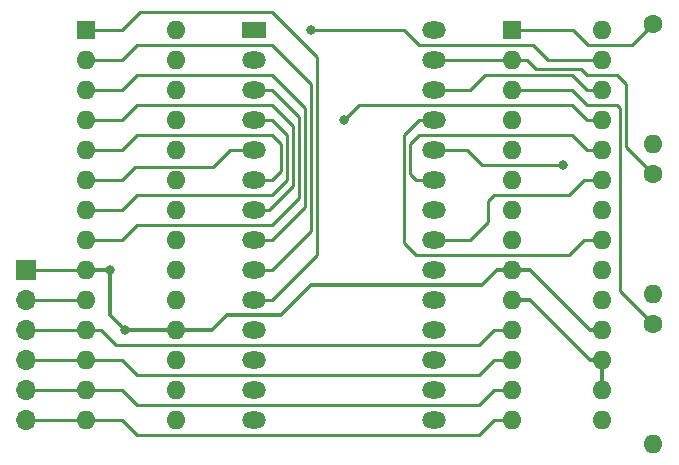
<source format=gbr>
G04 #@! TF.GenerationSoftware,KiCad,Pcbnew,(5.1.8)-1*
G04 #@! TF.CreationDate,2021-11-09T16:08:29-07:00*
G04 #@! TF.ProjectId,SPI 28c256,53504920-3238-4633-9235-362e6b696361,rev?*
G04 #@! TF.SameCoordinates,Original*
G04 #@! TF.FileFunction,Copper,L1,Top*
G04 #@! TF.FilePolarity,Positive*
%FSLAX46Y46*%
G04 Gerber Fmt 4.6, Leading zero omitted, Abs format (unit mm)*
G04 Created by KiCad (PCBNEW (5.1.8)-1) date 2021-11-09 16:08:29*
%MOMM*%
%LPD*%
G01*
G04 APERTURE LIST*
G04 #@! TA.AperFunction,ComponentPad*
%ADD10O,1.700000X1.700000*%
G04 #@! TD*
G04 #@! TA.AperFunction,ComponentPad*
%ADD11R,1.700000X1.700000*%
G04 #@! TD*
G04 #@! TA.AperFunction,ComponentPad*
%ADD12O,1.600000X1.600000*%
G04 #@! TD*
G04 #@! TA.AperFunction,ComponentPad*
%ADD13R,1.600000X1.600000*%
G04 #@! TD*
G04 #@! TA.AperFunction,ComponentPad*
%ADD14C,1.600000*%
G04 #@! TD*
G04 #@! TA.AperFunction,ComponentPad*
%ADD15R,2.000000X1.440000*%
G04 #@! TD*
G04 #@! TA.AperFunction,ComponentPad*
%ADD16O,2.000000X1.440000*%
G04 #@! TD*
G04 #@! TA.AperFunction,ViaPad*
%ADD17C,0.800000*%
G04 #@! TD*
G04 #@! TA.AperFunction,Conductor*
%ADD18C,0.330200*%
G04 #@! TD*
G04 #@! TA.AperFunction,Conductor*
%ADD19C,0.250000*%
G04 #@! TD*
G04 APERTURE END LIST*
D10*
G04 #@! TO.P,J1,6*
G04 #@! TO.N,/SO*
X175768000Y-130302000D03*
G04 #@! TO.P,J1,5*
G04 #@! TO.N,/SI*
X175768000Y-127762000D03*
G04 #@! TO.P,J1,4*
G04 #@! TO.N,/SCK*
X175768000Y-125222000D03*
G04 #@! TO.P,J1,3*
G04 #@! TO.N,/CS*
X175768000Y-122682000D03*
G04 #@! TO.P,J1,2*
G04 #@! TO.N,/GND*
X175768000Y-120142000D03*
D11*
G04 #@! TO.P,J1,1*
G04 #@! TO.N,/5+*
X175768000Y-117602000D03*
G04 #@! TD*
D12*
G04 #@! TO.P,U0,28*
G04 #@! TO.N,/D7*
X188468000Y-97282000D03*
G04 #@! TO.P,U0,14*
G04 #@! TO.N,/SO*
X180848000Y-130302000D03*
G04 #@! TO.P,U0,27*
G04 #@! TO.N,/D6*
X188468000Y-99822000D03*
G04 #@! TO.P,U0,13*
G04 #@! TO.N,/SI*
X180848000Y-127762000D03*
G04 #@! TO.P,U0,26*
G04 #@! TO.N,/D5*
X188468000Y-102362000D03*
G04 #@! TO.P,U0,12*
G04 #@! TO.N,/SCK*
X180848000Y-125222000D03*
G04 #@! TO.P,U0,25*
G04 #@! TO.N,/D4*
X188468000Y-104902000D03*
G04 #@! TO.P,U0,11*
G04 #@! TO.N,/CS*
X180848000Y-122682000D03*
G04 #@! TO.P,U0,24*
G04 #@! TO.N,/D3*
X188468000Y-107442000D03*
G04 #@! TO.P,U0,10*
G04 #@! TO.N,/GND*
X180848000Y-120142000D03*
G04 #@! TO.P,U0,23*
G04 #@! TO.N,/D2*
X188468000Y-109982000D03*
G04 #@! TO.P,U0,9*
G04 #@! TO.N,/5+*
X180848000Y-117602000D03*
G04 #@! TO.P,U0,22*
G04 #@! TO.N,/D1*
X188468000Y-112522000D03*
G04 #@! TO.P,U0,8*
G04 #@! TO.N,/A7*
X180848000Y-115062000D03*
G04 #@! TO.P,U0,21*
G04 #@! TO.N,/D0*
X188468000Y-115062000D03*
G04 #@! TO.P,U0,7*
G04 #@! TO.N,/A6*
X180848000Y-112522000D03*
G04 #@! TO.P,U0,20*
G04 #@! TO.N,Net-(U0-Pad20)*
X188468000Y-117602000D03*
G04 #@! TO.P,U0,6*
G04 #@! TO.N,/A5*
X180848000Y-109982000D03*
G04 #@! TO.P,U0,19*
G04 #@! TO.N,Net-(U0-Pad19)*
X188468000Y-120142000D03*
G04 #@! TO.P,U0,5*
G04 #@! TO.N,/A4*
X180848000Y-107442000D03*
G04 #@! TO.P,U0,18*
G04 #@! TO.N,/5+*
X188468000Y-122682000D03*
G04 #@! TO.P,U0,4*
G04 #@! TO.N,/A3*
X180848000Y-104902000D03*
G04 #@! TO.P,U0,17*
G04 #@! TO.N,/GND*
X188468000Y-125222000D03*
G04 #@! TO.P,U0,3*
G04 #@! TO.N,/A2*
X180848000Y-102362000D03*
G04 #@! TO.P,U0,16*
G04 #@! TO.N,/GND*
X188468000Y-127762000D03*
G04 #@! TO.P,U0,2*
G04 #@! TO.N,/A1*
X180848000Y-99822000D03*
G04 #@! TO.P,U0,15*
G04 #@! TO.N,/GND*
X188468000Y-130302000D03*
D13*
G04 #@! TO.P,U0,1*
G04 #@! TO.N,/A0*
X180848000Y-97282000D03*
G04 #@! TD*
G04 #@! TO.P,U1,1*
G04 #@! TO.N,/RD*
X216916000Y-97282000D03*
D12*
G04 #@! TO.P,U1,15*
G04 #@! TO.N,/5+*
X224536000Y-130302000D03*
G04 #@! TO.P,U1,2*
G04 #@! TO.N,/WR*
X216916000Y-99822000D03*
G04 #@! TO.P,U1,16*
G04 #@! TO.N,/GND*
X224536000Y-127762000D03*
G04 #@! TO.P,U1,3*
G04 #@! TO.N,/CS_M*
X216916000Y-102362000D03*
G04 #@! TO.P,U1,17*
G04 #@! TO.N,/GND*
X224536000Y-125222000D03*
G04 #@! TO.P,U1,4*
G04 #@! TO.N,/POWER_EN*
X216916000Y-104902000D03*
G04 #@! TO.P,U1,18*
G04 #@! TO.N,/5+*
X224536000Y-122682000D03*
G04 #@! TO.P,U1,5*
G04 #@! TO.N,Net-(U1-Pad5)*
X216916000Y-107442000D03*
G04 #@! TO.P,U1,19*
G04 #@! TO.N,Net-(U1-Pad19)*
X224536000Y-120142000D03*
G04 #@! TO.P,U1,6*
G04 #@! TO.N,Net-(U1-Pad6)*
X216916000Y-109982000D03*
G04 #@! TO.P,U1,20*
G04 #@! TO.N,Net-(U1-Pad20)*
X224536000Y-117602000D03*
G04 #@! TO.P,U1,7*
G04 #@! TO.N,Net-(U1-Pad7)*
X216916000Y-112522000D03*
G04 #@! TO.P,U1,21*
G04 #@! TO.N,/A8*
X224536000Y-115062000D03*
G04 #@! TO.P,U1,8*
G04 #@! TO.N,Net-(U1-Pad8)*
X216916000Y-115062000D03*
G04 #@! TO.P,U1,22*
G04 #@! TO.N,/A9*
X224536000Y-112522000D03*
G04 #@! TO.P,U1,9*
G04 #@! TO.N,/5+*
X216916000Y-117602000D03*
G04 #@! TO.P,U1,23*
G04 #@! TO.N,/A10*
X224536000Y-109982000D03*
G04 #@! TO.P,U1,10*
G04 #@! TO.N,/GND*
X216916000Y-120142000D03*
G04 #@! TO.P,U1,24*
G04 #@! TO.N,/A11*
X224536000Y-107442000D03*
G04 #@! TO.P,U1,11*
G04 #@! TO.N,/CS*
X216916000Y-122682000D03*
G04 #@! TO.P,U1,25*
G04 #@! TO.N,/A12*
X224536000Y-104902000D03*
G04 #@! TO.P,U1,12*
G04 #@! TO.N,/SCK*
X216916000Y-125222000D03*
G04 #@! TO.P,U1,26*
G04 #@! TO.N,/A13*
X224536000Y-102362000D03*
G04 #@! TO.P,U1,13*
G04 #@! TO.N,/SI*
X216916000Y-127762000D03*
G04 #@! TO.P,U1,27*
G04 #@! TO.N,/A14*
X224536000Y-99822000D03*
G04 #@! TO.P,U1,14*
G04 #@! TO.N,/SO*
X216916000Y-130302000D03*
G04 #@! TO.P,U1,28*
G04 #@! TO.N,Net-(U1-Pad28)*
X224536000Y-97282000D03*
G04 #@! TD*
D14*
G04 #@! TO.P,R1,1*
G04 #@! TO.N,/CS_M*
X228854000Y-122174000D03*
D12*
G04 #@! TO.P,R1,2*
G04 #@! TO.N,/5+*
X228854000Y-132334000D03*
G04 #@! TD*
G04 #@! TO.P,R2,2*
G04 #@! TO.N,/5+*
X228854000Y-106934000D03*
D14*
G04 #@! TO.P,R2,1*
G04 #@! TO.N,/RD*
X228854000Y-96774000D03*
G04 #@! TD*
G04 #@! TO.P,R3,1*
G04 #@! TO.N,/WR*
X228854000Y-109474000D03*
D12*
G04 #@! TO.P,R3,2*
G04 #@! TO.N,/5+*
X228854000Y-119634000D03*
G04 #@! TD*
D15*
G04 #@! TO.P,U2,1*
G04 #@! TO.N,/A14*
X195072000Y-97282000D03*
D16*
G04 #@! TO.P,U2,28*
G04 #@! TO.N,/POWER_EN*
X210312000Y-97282000D03*
G04 #@! TO.P,U2,2*
G04 #@! TO.N,/A12*
X195072000Y-99822000D03*
G04 #@! TO.P,U2,27*
G04 #@! TO.N,/WR*
X210312000Y-99822000D03*
G04 #@! TO.P,U2,3*
G04 #@! TO.N,/A7*
X195072000Y-102362000D03*
G04 #@! TO.P,U2,26*
G04 #@! TO.N,/A13*
X210312000Y-102362000D03*
G04 #@! TO.P,U2,4*
G04 #@! TO.N,/A6*
X195072000Y-104902000D03*
G04 #@! TO.P,U2,25*
G04 #@! TO.N,/A8*
X210312000Y-104902000D03*
G04 #@! TO.P,U2,5*
G04 #@! TO.N,/A5*
X195072000Y-107442000D03*
G04 #@! TO.P,U2,24*
G04 #@! TO.N,/A9*
X210312000Y-107442000D03*
G04 #@! TO.P,U2,6*
G04 #@! TO.N,/A4*
X195072000Y-109982000D03*
G04 #@! TO.P,U2,23*
G04 #@! TO.N,/A11*
X210312000Y-109982000D03*
G04 #@! TO.P,U2,7*
G04 #@! TO.N,/A3*
X195072000Y-112522000D03*
G04 #@! TO.P,U2,22*
G04 #@! TO.N,/RD*
X210312000Y-112522000D03*
G04 #@! TO.P,U2,8*
G04 #@! TO.N,/A2*
X195072000Y-115062000D03*
G04 #@! TO.P,U2,21*
G04 #@! TO.N,/A10*
X210312000Y-115062000D03*
G04 #@! TO.P,U2,9*
G04 #@! TO.N,/A1*
X195072000Y-117602000D03*
G04 #@! TO.P,U2,20*
G04 #@! TO.N,/CS_M*
X210312000Y-117602000D03*
G04 #@! TO.P,U2,10*
G04 #@! TO.N,/A0*
X195072000Y-120142000D03*
G04 #@! TO.P,U2,19*
G04 #@! TO.N,/D7*
X210312000Y-120142000D03*
G04 #@! TO.P,U2,11*
G04 #@! TO.N,/D0*
X195072000Y-122682000D03*
G04 #@! TO.P,U2,18*
G04 #@! TO.N,/D6*
X210312000Y-122682000D03*
G04 #@! TO.P,U2,12*
G04 #@! TO.N,/D1*
X195072000Y-125222000D03*
G04 #@! TO.P,U2,17*
G04 #@! TO.N,/D5*
X210312000Y-125222000D03*
G04 #@! TO.P,U2,13*
G04 #@! TO.N,/D2*
X195072000Y-127762000D03*
G04 #@! TO.P,U2,16*
G04 #@! TO.N,/D4*
X210312000Y-127762000D03*
G04 #@! TO.P,U2,14*
G04 #@! TO.N,/GND*
X195072000Y-130302000D03*
G04 #@! TO.P,U2,15*
G04 #@! TO.N,/D3*
X210312000Y-130302000D03*
G04 #@! TD*
D17*
G04 #@! TO.N,/5+*
X182880000Y-117602000D03*
X184150000Y-122682000D03*
G04 #@! TO.N,/A9*
X221234000Y-108712000D03*
G04 #@! TO.N,/A12*
X202692000Y-104902000D03*
G04 #@! TO.N,/A14*
X199898000Y-97282000D03*
G04 #@! TD*
D18*
G04 #@! TO.N,/5+*
X223520000Y-122682000D02*
X224536000Y-122682000D01*
X218440000Y-117602000D02*
X223520000Y-122682000D01*
X216916000Y-117602000D02*
X218440000Y-117602000D01*
X182880000Y-117602000D02*
X180848000Y-117602000D01*
X182880000Y-121412000D02*
X182880000Y-117602000D01*
X191516000Y-122682000D02*
X184150000Y-122682000D01*
X192786000Y-121412000D02*
X191516000Y-122682000D01*
X197358000Y-121412000D02*
X192786000Y-121412000D01*
X199898000Y-118872000D02*
X197358000Y-121412000D01*
X184150000Y-122682000D02*
X182880000Y-121412000D01*
X214376000Y-118872000D02*
X199898000Y-118872000D01*
X215646000Y-117602000D02*
X214376000Y-118872000D01*
X216916000Y-117602000D02*
X215646000Y-117602000D01*
D19*
X175768000Y-117602000D02*
X180848000Y-117602000D01*
D18*
G04 #@! TO.N,/GND*
X223520000Y-125222000D02*
X224536000Y-125222000D01*
X218440000Y-120142000D02*
X223520000Y-125222000D01*
X216916000Y-120142000D02*
X218440000Y-120142000D01*
X224536000Y-125222000D02*
X224536000Y-127762000D01*
D19*
X175768000Y-120142000D02*
X180848000Y-120142000D01*
G04 #@! TO.N,/CS*
X214122000Y-123952000D02*
X215392000Y-122682000D01*
X183388000Y-123952000D02*
X214122000Y-123952000D01*
X182118000Y-122682000D02*
X183388000Y-123952000D01*
X215392000Y-122682000D02*
X216916000Y-122682000D01*
X180848000Y-122682000D02*
X182118000Y-122682000D01*
X175768000Y-122682000D02*
X180848000Y-122682000D01*
G04 #@! TO.N,/SCK*
X215392000Y-125222000D02*
X216916000Y-125222000D01*
X214122000Y-126492000D02*
X215392000Y-125222000D01*
X185166000Y-126492000D02*
X214122000Y-126492000D01*
X183896000Y-125222000D02*
X185166000Y-126492000D01*
X180848000Y-125222000D02*
X183896000Y-125222000D01*
X175768000Y-125222000D02*
X180848000Y-125222000D01*
G04 #@! TO.N,/SI*
X215392000Y-127762000D02*
X216916000Y-127762000D01*
X185166000Y-129032000D02*
X214122000Y-129032000D01*
X183896000Y-127762000D02*
X185166000Y-129032000D01*
X214122000Y-129032000D02*
X215392000Y-127762000D01*
X180848000Y-127762000D02*
X183896000Y-127762000D01*
X175768000Y-127762000D02*
X180848000Y-127762000D01*
G04 #@! TO.N,/SO*
X183896000Y-130302000D02*
X180848000Y-130302000D01*
X185166000Y-131572000D02*
X183896000Y-130302000D01*
X214122000Y-131572000D02*
X185166000Y-131572000D01*
X215392000Y-130302000D02*
X214122000Y-131572000D01*
X216916000Y-130302000D02*
X215392000Y-130302000D01*
X175768000Y-130302000D02*
X180848000Y-130302000D01*
G04 #@! TO.N,/A7*
X185166000Y-113792000D02*
X183896000Y-115062000D01*
X183896000Y-115062000D02*
X180848000Y-115062000D01*
X196596000Y-113792000D02*
X185166000Y-113792000D01*
X198882000Y-111506000D02*
X196596000Y-113792000D01*
X198882000Y-104648000D02*
X198882000Y-111506000D01*
X196596000Y-102362000D02*
X198882000Y-104648000D01*
X195072000Y-102362000D02*
X196596000Y-102362000D01*
G04 #@! TO.N,/A6*
X183896000Y-112522000D02*
X180848000Y-112522000D01*
X185166000Y-111252000D02*
X183896000Y-112522000D01*
X196596000Y-111252000D02*
X185166000Y-111252000D01*
X197866000Y-109982000D02*
X196596000Y-111252000D01*
X197866000Y-106172000D02*
X197866000Y-109982000D01*
X196596000Y-104902000D02*
X197866000Y-106172000D01*
X195072000Y-104902000D02*
X196596000Y-104902000D01*
G04 #@! TO.N,/A5*
X185021001Y-108856999D02*
X183896000Y-109982000D01*
X183896000Y-109982000D02*
X180848000Y-109982000D01*
X191625001Y-108856999D02*
X185021001Y-108856999D01*
X193040000Y-107442000D02*
X191625001Y-108856999D01*
X195072000Y-107442000D02*
X193040000Y-107442000D01*
G04 #@! TO.N,/A4*
X196596000Y-109982000D02*
X195072000Y-109982000D01*
X197358000Y-109220000D02*
X196596000Y-109982000D01*
X197358000Y-106934000D02*
X197358000Y-109220000D01*
X196596000Y-106172000D02*
X197358000Y-106934000D01*
X185166000Y-106172000D02*
X196596000Y-106172000D01*
X183896000Y-107442000D02*
X185166000Y-106172000D01*
X180848000Y-107442000D02*
X183896000Y-107442000D01*
G04 #@! TO.N,/A3*
X183896000Y-104902000D02*
X180848000Y-104902000D01*
X185166000Y-103632000D02*
X183896000Y-104902000D01*
X196596000Y-103632000D02*
X185166000Y-103632000D01*
X198374000Y-105410000D02*
X196596000Y-103632000D01*
X198374000Y-110490000D02*
X198374000Y-105410000D01*
X196342000Y-112522000D02*
X198374000Y-110490000D01*
X195072000Y-112522000D02*
X196342000Y-112522000D01*
G04 #@! TO.N,/A2*
X185166000Y-101092000D02*
X183896000Y-102362000D01*
X196596000Y-101092000D02*
X185166000Y-101092000D01*
X199390000Y-103886000D02*
X196596000Y-101092000D01*
X183896000Y-102362000D02*
X180848000Y-102362000D01*
X199390000Y-112268000D02*
X199390000Y-103886000D01*
X196596000Y-115062000D02*
X199390000Y-112268000D01*
X195072000Y-115062000D02*
X196596000Y-115062000D01*
G04 #@! TO.N,/A1*
X196596000Y-117602000D02*
X195072000Y-117602000D01*
X199898000Y-114300000D02*
X196596000Y-117602000D01*
X185166000Y-98552000D02*
X196596000Y-98552000D01*
X196596000Y-98552000D02*
X199898000Y-101854000D01*
X183896000Y-99822000D02*
X185166000Y-98552000D01*
X199898000Y-101854000D02*
X199898000Y-114300000D01*
X180848000Y-99822000D02*
X183896000Y-99822000D01*
G04 #@! TO.N,/A0*
X196596000Y-120142000D02*
X195072000Y-120142000D01*
X200406000Y-116332000D02*
X196596000Y-120142000D01*
X196596000Y-95758000D02*
X200406000Y-99568000D01*
X185420000Y-95758000D02*
X196596000Y-95758000D01*
X200406000Y-99568000D02*
X200406000Y-116332000D01*
X183896000Y-97282000D02*
X185420000Y-95758000D01*
X180848000Y-97282000D02*
X183896000Y-97282000D01*
G04 #@! TO.N,/RD*
X227076000Y-98552000D02*
X228854000Y-96774000D01*
X223329500Y-98552000D02*
X227076000Y-98552000D01*
X222059500Y-97282000D02*
X223329500Y-98552000D01*
X216916000Y-97282000D02*
X222059500Y-97282000D01*
G04 #@! TO.N,/WR*
X210312000Y-99822000D02*
X216916000Y-99822000D01*
X226568000Y-101854000D02*
X226568000Y-107188000D01*
X225806000Y-101092000D02*
X226568000Y-101854000D01*
X223266000Y-101092000D02*
X225806000Y-101092000D01*
X222758000Y-100584000D02*
X223266000Y-101092000D01*
X218948000Y-100584000D02*
X222758000Y-100584000D01*
X226568000Y-107188000D02*
X228854000Y-109474000D01*
X218186000Y-99822000D02*
X218948000Y-100584000D01*
X216916000Y-99822000D02*
X218186000Y-99822000D01*
G04 #@! TO.N,/A8*
X210312000Y-104902000D02*
X209042000Y-104902000D01*
X209042000Y-104902000D02*
X207772000Y-106172000D01*
X207772000Y-106172000D02*
X207772000Y-115316000D01*
X207772000Y-115316000D02*
X208788000Y-116332000D01*
X223012000Y-115062000D02*
X224536000Y-115062000D01*
X221742000Y-116332000D02*
X223012000Y-115062000D01*
X210566000Y-116332000D02*
X208788000Y-116332000D01*
X210312000Y-116332000D02*
X210566000Y-116332000D01*
X210566000Y-116332000D02*
X221742000Y-116332000D01*
G04 #@! TO.N,/A9*
X214376000Y-108712000D02*
X221234000Y-108712000D01*
X213106000Y-107442000D02*
X214376000Y-108712000D01*
X210312000Y-107442000D02*
X213106000Y-107442000D01*
G04 #@! TO.N,/A10*
X221742000Y-111252000D02*
X223012000Y-109982000D01*
X223012000Y-109982000D02*
X224536000Y-109982000D01*
X215392000Y-111252000D02*
X221742000Y-111252000D01*
X214884000Y-111760000D02*
X215392000Y-111252000D01*
X214884000Y-113538000D02*
X214884000Y-111760000D01*
X213360000Y-115062000D02*
X214884000Y-113538000D01*
X210312000Y-115062000D02*
X213360000Y-115062000D01*
G04 #@! TO.N,/A11*
X223266000Y-107442000D02*
X224536000Y-107442000D01*
X221996000Y-106172000D02*
X223266000Y-107442000D01*
X209042000Y-106172000D02*
X221996000Y-106172000D01*
X208280000Y-106934000D02*
X209042000Y-106172000D01*
X208280000Y-109474000D02*
X208280000Y-106934000D01*
X208788000Y-109982000D02*
X208280000Y-109474000D01*
X210312000Y-109982000D02*
X208788000Y-109982000D01*
G04 #@! TO.N,/A12*
X203962000Y-103632000D02*
X202692000Y-104902000D01*
X223266000Y-104902000D02*
X221996000Y-103632000D01*
X224536000Y-104902000D02*
X223266000Y-104902000D01*
X203962000Y-103632000D02*
X205740000Y-103632000D01*
X205740000Y-103632000D02*
X205486000Y-103632000D01*
X221996000Y-103632000D02*
X205740000Y-103632000D01*
G04 #@! TO.N,/A13*
X223266000Y-102362000D02*
X224536000Y-102362000D01*
X221996000Y-101092000D02*
X223266000Y-102362000D01*
X214630000Y-101092000D02*
X221996000Y-101092000D01*
X213360000Y-102362000D02*
X214630000Y-101092000D01*
X210312000Y-102362000D02*
X213360000Y-102362000D01*
G04 #@! TO.N,/A14*
X218694000Y-98552000D02*
X219964000Y-99822000D01*
X209042000Y-98552000D02*
X218694000Y-98552000D01*
X207772000Y-97282000D02*
X209042000Y-98552000D01*
X219964000Y-99822000D02*
X224536000Y-99822000D01*
X199898000Y-97282000D02*
X207772000Y-97282000D01*
G04 #@! TO.N,/CS_M*
X221996000Y-102362000D02*
X216916000Y-102362000D01*
X223266000Y-103632000D02*
X221996000Y-102362000D01*
X225806000Y-103632000D02*
X223266000Y-103632000D01*
X226060000Y-103886000D02*
X225806000Y-103632000D01*
X226060000Y-119380000D02*
X226060000Y-103886000D01*
X228854000Y-122174000D02*
X226060000Y-119380000D01*
G04 #@! TD*
M02*

</source>
